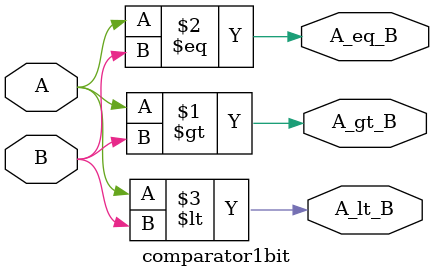
<source format=v>
module comparator1bit (
    input A, B,
    output A_gt_B, A_eq_B, A_lt_B
);

    assign A_gt_B = (A > B);
    assign A_eq_B = (A == B);
    assign A_lt_B = (A < B);

endmodule


</source>
